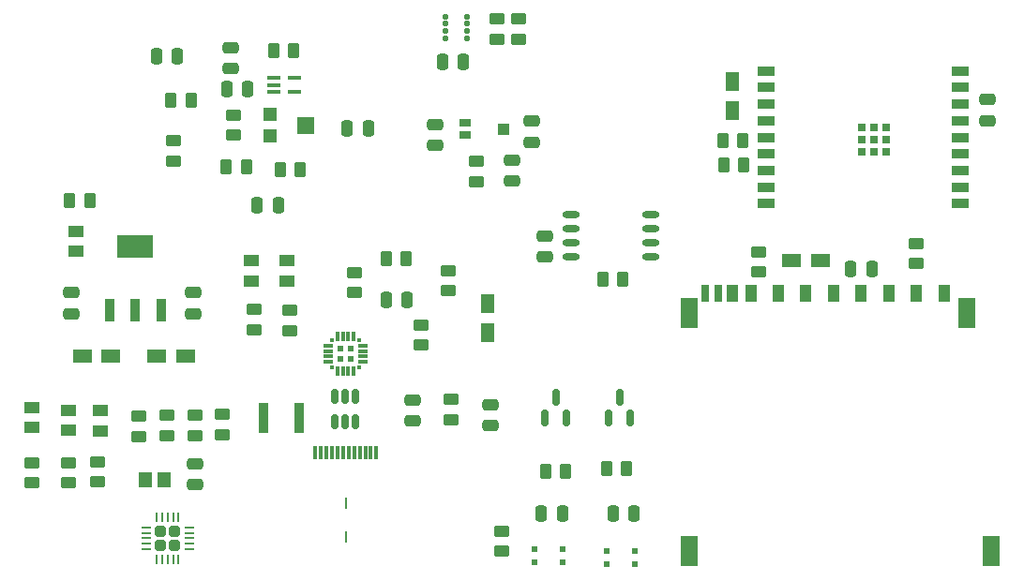
<source format=gbr>
%TF.GenerationSoftware,KiCad,Pcbnew,9.0.3*%
%TF.CreationDate,2025-09-24T14:37:44+05:30*%
%TF.ProjectId,esp_32,6573705f-3332-42e6-9b69-6361645f7063,rev?*%
%TF.SameCoordinates,Original*%
%TF.FileFunction,Paste,Top*%
%TF.FilePolarity,Positive*%
%FSLAX46Y46*%
G04 Gerber Fmt 4.6, Leading zero omitted, Abs format (unit mm)*
G04 Created by KiCad (PCBNEW 9.0.3) date 2025-09-24 14:37:44*
%MOMM*%
%LPD*%
G01*
G04 APERTURE LIST*
G04 Aperture macros list*
%AMRoundRect*
0 Rectangle with rounded corners*
0 $1 Rounding radius*
0 $2 $3 $4 $5 $6 $7 $8 $9 X,Y pos of 4 corners*
0 Add a 4 corners polygon primitive as box body*
4,1,4,$2,$3,$4,$5,$6,$7,$8,$9,$2,$3,0*
0 Add four circle primitives for the rounded corners*
1,1,$1+$1,$2,$3*
1,1,$1+$1,$4,$5*
1,1,$1+$1,$6,$7*
1,1,$1+$1,$8,$9*
0 Add four rect primitives between the rounded corners*
20,1,$1+$1,$2,$3,$4,$5,0*
20,1,$1+$1,$4,$5,$6,$7,0*
20,1,$1+$1,$6,$7,$8,$9,0*
20,1,$1+$1,$8,$9,$2,$3,0*%
G04 Aperture macros list end*
%ADD10RoundRect,0.250000X0.450000X-0.262500X0.450000X0.262500X-0.450000X0.262500X-0.450000X-0.262500X0*%
%ADD11RoundRect,0.250000X-0.475000X0.250000X-0.475000X-0.250000X0.475000X-0.250000X0.475000X0.250000X0*%
%ADD12R,1.100000X0.800000*%
%ADD13R,1.100000X1.000000*%
%ADD14RoundRect,0.250000X0.475000X-0.250000X0.475000X0.250000X-0.475000X0.250000X-0.475000X-0.250000X0*%
%ADD15RoundRect,0.250000X-0.262500X-0.450000X0.262500X-0.450000X0.262500X0.450000X-0.262500X0.450000X0*%
%ADD16RoundRect,0.250000X-0.450000X0.262500X-0.450000X-0.262500X0.450000X-0.262500X0.450000X0.262500X0*%
%ADD17O,1.600000X0.600000*%
%ADD18RoundRect,0.250000X0.250000X0.475000X-0.250000X0.475000X-0.250000X-0.475000X0.250000X-0.475000X0*%
%ADD19RoundRect,0.250000X0.262500X0.450000X-0.262500X0.450000X-0.262500X-0.450000X0.262500X-0.450000X0*%
%ADD20RoundRect,0.250000X-0.250000X-0.475000X0.250000X-0.475000X0.250000X0.475000X-0.250000X0.475000X0*%
%ADD21R,1.200000X1.200000*%
%ADD22R,1.500000X1.600000*%
%ADD23R,1.230000X1.800000*%
%ADD24R,1.200000X1.470000*%
%ADD25R,1.500000X0.900000*%
%ADD26R,0.700000X0.700000*%
%ADD27R,1.400000X1.000000*%
%ADD28RoundRect,0.100000X-0.495000X-0.100000X0.495000X-0.100000X0.495000X0.100000X-0.495000X0.100000X0*%
%ADD29R,1.800000X1.230000*%
%ADD30RoundRect,0.150000X-0.150000X0.512500X-0.150000X-0.512500X0.150000X-0.512500X0.150000X0.512500X0*%
%ADD31R,0.300000X1.200000*%
%ADD32R,0.200000X1.000000*%
%ADD33RoundRect,0.250000X0.255000X0.255000X-0.255000X0.255000X-0.255000X-0.255000X0.255000X-0.255000X0*%
%ADD34RoundRect,0.062500X0.350000X0.062500X-0.350000X0.062500X-0.350000X-0.062500X0.350000X-0.062500X0*%
%ADD35RoundRect,0.062500X0.062500X0.350000X-0.062500X0.350000X-0.062500X-0.350000X0.062500X-0.350000X0*%
%ADD36RoundRect,0.056250X0.188750X0.168750X-0.188750X0.168750X-0.188750X-0.168750X0.188750X-0.168750X0*%
%ADD37R,0.950000X2.150000*%
%ADD38R,3.250000X2.150000*%
%ADD39RoundRect,0.150000X0.150000X-0.587500X0.150000X0.587500X-0.150000X0.587500X-0.150000X-0.587500X0*%
%ADD40R,0.540000X0.540000*%
%ADD41R,0.300000X0.300000*%
%ADD42R,0.300000X0.900000*%
%ADD43R,0.900000X0.300000*%
%ADD44R,0.550000X0.570000*%
%ADD45R,1.000000X1.500000*%
%ADD46R,0.700000X1.500000*%
%ADD47R,1.500000X2.800000*%
%ADD48R,0.910000X2.810000*%
G04 APERTURE END LIST*
D10*
%TO.C,R21*%
X151755000Y-100642500D03*
X151755000Y-98817500D03*
%TD*%
D11*
%TO.C,C25*%
X148005000Y-95492500D03*
X148005000Y-97392500D03*
%TD*%
D12*
%TO.C,Q1*%
X150745000Y-95342500D03*
X150745000Y-96442500D03*
D13*
X154255000Y-95892500D03*
%TD*%
D11*
%TO.C,C23*%
X156755000Y-95192500D03*
X156755000Y-97092500D03*
%TD*%
D14*
%TO.C,C24*%
X155005000Y-100592500D03*
X155005000Y-98692500D03*
%TD*%
D10*
%TO.C,R11*%
X140750000Y-110662500D03*
X140750000Y-108837500D03*
%TD*%
D15*
%TO.C,R20*%
X173987500Y-96900000D03*
X175812500Y-96900000D03*
%TD*%
D16*
%TO.C,R26*%
X124430000Y-96975000D03*
X124430000Y-98800000D03*
%TD*%
D17*
%TO.C,U6*%
X160300000Y-103595000D03*
X160300000Y-104865000D03*
X160300000Y-106135000D03*
X160300000Y-107405000D03*
X167500000Y-107405000D03*
X167500000Y-106135000D03*
X167500000Y-104865000D03*
X167500000Y-103595000D03*
%TD*%
D18*
%TO.C,C11*%
X143625000Y-111350000D03*
X145525000Y-111350000D03*
%TD*%
D19*
%TO.C,R13*%
X145450000Y-107600000D03*
X143625000Y-107600000D03*
%TD*%
D18*
%TO.C,C15*%
X150600000Y-89862500D03*
X148700000Y-89862500D03*
%TD*%
D20*
%TO.C,C19*%
X122850000Y-89300000D03*
X124750000Y-89300000D03*
%TD*%
D10*
%TO.C,R14*%
X131650000Y-114025000D03*
X131650000Y-112200000D03*
%TD*%
D18*
%TO.C,C17*%
X142000000Y-95800000D03*
X140100000Y-95800000D03*
%TD*%
D19*
%TO.C,R34*%
X165332500Y-126580000D03*
X163507500Y-126580000D03*
%TD*%
D10*
%TO.C,R27*%
X129850000Y-96462500D03*
X129850000Y-94637500D03*
%TD*%
D21*
%TO.C,R17*%
X133100000Y-94550000D03*
D22*
X136350000Y-95550000D03*
D21*
X133100000Y-96550000D03*
%TD*%
D16*
%TO.C,R1*%
X121320000Y-121850000D03*
X121320000Y-123675000D03*
%TD*%
D23*
%TO.C,C7*%
X174900000Y-91590000D03*
X174900000Y-94210000D03*
%TD*%
D24*
%TO.C,FB1*%
X121850000Y-127600000D03*
X123570000Y-127600000D03*
%TD*%
D16*
%TO.C,R4*%
X146750000Y-113587500D03*
X146750000Y-115412500D03*
%TD*%
D20*
%TO.C,C12*%
X185575000Y-108550000D03*
X187475000Y-108550000D03*
%TD*%
D25*
%TO.C,U3*%
X177940000Y-90650000D03*
X177940000Y-92150000D03*
X177940000Y-93650000D03*
X177940000Y-95150000D03*
X177940000Y-96650000D03*
X177940000Y-98150000D03*
X177940000Y-99650000D03*
X177940000Y-101150000D03*
X177940000Y-102650000D03*
X195440000Y-102650000D03*
X195440000Y-101150000D03*
X195440000Y-99650000D03*
X195440000Y-98150000D03*
X195440000Y-96650000D03*
X195440000Y-95150000D03*
X195440000Y-93650000D03*
X195440000Y-92150000D03*
X195440000Y-90650000D03*
D26*
X186550000Y-95750000D03*
X187650000Y-95750000D03*
X188750000Y-95750000D03*
X186550000Y-96850000D03*
X187650000Y-96850000D03*
X188750000Y-96850000D03*
X186550000Y-97950000D03*
X187650000Y-97950000D03*
X188750000Y-97950000D03*
%TD*%
D14*
%TO.C,C10*%
X153000000Y-122700000D03*
X153000000Y-120800000D03*
%TD*%
D15*
%TO.C,R31*%
X129187500Y-99300000D03*
X131012500Y-99300000D03*
%TD*%
D14*
%TO.C,C8*%
X197900000Y-95150000D03*
X197900000Y-93250000D03*
%TD*%
D27*
%TO.C,LED4*%
X115600000Y-105140000D03*
X115600000Y-106940000D03*
%TD*%
D10*
%TO.C,R16*%
X177275000Y-108800000D03*
X177275000Y-106975000D03*
%TD*%
D11*
%TO.C,C2*%
X126220000Y-112590000D03*
X126220000Y-110690000D03*
%TD*%
D10*
%TO.C,R32*%
X154040000Y-134025000D03*
X154040000Y-132200000D03*
%TD*%
D28*
%TO.C,U7*%
X133430000Y-91250000D03*
X133430000Y-91900000D03*
X133430000Y-92550000D03*
X135350000Y-92550000D03*
X135350000Y-91250000D03*
%TD*%
D14*
%TO.C,C1*%
X146000000Y-122250000D03*
X146000000Y-120350000D03*
%TD*%
D29*
%TO.C,C5*%
X118780000Y-116390000D03*
X116160000Y-116390000D03*
%TD*%
D10*
%TO.C,R6*%
X128820000Y-123512500D03*
X128820000Y-121687500D03*
%TD*%
D20*
%TO.C,C21*%
X157640000Y-130612500D03*
X159540000Y-130612500D03*
%TD*%
D30*
%TO.C,U5*%
X140850000Y-120062500D03*
X139900000Y-120062500D03*
X138950000Y-120062500D03*
X138950000Y-122337500D03*
X139900000Y-122337500D03*
X140850000Y-122337500D03*
%TD*%
D10*
%TO.C,R19*%
X191500000Y-108050000D03*
X191500000Y-106225000D03*
%TD*%
D20*
%TO.C,C22*%
X164090000Y-130612500D03*
X165990000Y-130612500D03*
%TD*%
D11*
%TO.C,C4*%
X115220000Y-110690000D03*
X115220000Y-112590000D03*
%TD*%
D19*
%TO.C,R28*%
X135262500Y-88800000D03*
X133437500Y-88800000D03*
%TD*%
D27*
%TO.C,LED1*%
X114900000Y-123100000D03*
X114900000Y-121300000D03*
%TD*%
D20*
%TO.C,C20*%
X131980000Y-102800000D03*
X133880000Y-102800000D03*
%TD*%
D10*
%TO.C,R5*%
X126320000Y-123600000D03*
X126320000Y-121775000D03*
%TD*%
D31*
%TO.C,J1*%
X137230000Y-125100000D03*
X137730000Y-125100000D03*
X138230000Y-125100000D03*
X138730000Y-125100000D03*
X139230000Y-125100000D03*
X139730000Y-125100000D03*
X140230000Y-125100000D03*
X140730000Y-125100000D03*
X141230000Y-125100000D03*
X141730000Y-125100000D03*
X142230000Y-125100000D03*
X142730000Y-125100000D03*
D32*
X139980000Y-129680000D03*
X139980000Y-132780000D03*
%TD*%
D33*
%TO.C,U1*%
X124500000Y-133500000D03*
X124500000Y-132250000D03*
X123250000Y-133500000D03*
X123250000Y-132250000D03*
D34*
X125812500Y-133875000D03*
X125812500Y-133375000D03*
X125812500Y-132875000D03*
X125812500Y-132375000D03*
X125812500Y-131875000D03*
D35*
X124875000Y-130937500D03*
X124375000Y-130937500D03*
X123875000Y-130937500D03*
X123375000Y-130937500D03*
X122875000Y-130937500D03*
D34*
X121937500Y-131875000D03*
X121937500Y-132375000D03*
X121937500Y-132875000D03*
X121937500Y-133375000D03*
X121937500Y-133875000D03*
D35*
X122875000Y-134812500D03*
X123375000Y-134812500D03*
X123875000Y-134812500D03*
X124375000Y-134812500D03*
X124875000Y-134812500D03*
%TD*%
D16*
%TO.C,R2*%
X123820000Y-121775000D03*
X123820000Y-123600000D03*
%TD*%
D10*
%TO.C,R7*%
X114900000Y-127862500D03*
X114900000Y-126037500D03*
%TD*%
D36*
%TO.C,U2*%
X148930000Y-87675000D03*
X148930000Y-87025000D03*
X148930000Y-86375000D03*
X148930000Y-85725000D03*
X150870000Y-85725000D03*
X150870000Y-86375000D03*
X150870000Y-87025000D03*
X150870000Y-87675000D03*
%TD*%
D11*
%TO.C,C6*%
X126320000Y-126150000D03*
X126320000Y-128050000D03*
%TD*%
D10*
%TO.C,R8*%
X111650000Y-127862500D03*
X111650000Y-126037500D03*
%TD*%
D27*
%TO.C,LED6*%
X131400000Y-109600000D03*
X131400000Y-107800000D03*
%TD*%
D10*
%TO.C,R12*%
X149200000Y-110512500D03*
X149200000Y-108687500D03*
%TD*%
D37*
%TO.C,VR1*%
X118670000Y-112290000D03*
X120970000Y-112290000D03*
X123270000Y-112290000D03*
D38*
X120970000Y-106490000D03*
%TD*%
D29*
%TO.C,C3*%
X122850000Y-116390000D03*
X125470000Y-116390000D03*
%TD*%
D19*
%TO.C,R10*%
X116850000Y-102390000D03*
X115025000Y-102390000D03*
%TD*%
D15*
%TO.C,R29*%
X134025000Y-99550000D03*
X135850000Y-99550000D03*
%TD*%
D18*
%TO.C,C18*%
X131100000Y-92300000D03*
X129200000Y-92300000D03*
%TD*%
D19*
%TO.C,R18*%
X175900000Y-99150000D03*
X174075000Y-99150000D03*
%TD*%
D10*
%TO.C,R24*%
X153600000Y-87775000D03*
X153600000Y-85950000D03*
%TD*%
D15*
%TO.C,R30*%
X124187500Y-93300000D03*
X126012500Y-93300000D03*
%TD*%
D39*
%TO.C,Q2*%
X163720000Y-122017500D03*
X165620000Y-122017500D03*
X164670000Y-120142500D03*
%TD*%
D40*
%TO.C,U4*%
X139500000Y-116650000D03*
X140400000Y-116650000D03*
X139500000Y-115750000D03*
X140400000Y-115750000D03*
D41*
X138700000Y-117450000D03*
D42*
X139200000Y-117750000D03*
X139700000Y-117750000D03*
X140200000Y-117750000D03*
X140700000Y-117750000D03*
D41*
X141200000Y-117450000D03*
D43*
X141500000Y-116950000D03*
X141500000Y-116450000D03*
X141500000Y-115950000D03*
X141500000Y-115450000D03*
D41*
X141200000Y-114950000D03*
D42*
X140700000Y-114650000D03*
X140200000Y-114650000D03*
X139700000Y-114650000D03*
X139200000Y-114650000D03*
D41*
X138700000Y-114950000D03*
D43*
X138400000Y-115450000D03*
X138400000Y-115950000D03*
X138400000Y-116450000D03*
X138400000Y-116950000D03*
%TD*%
D39*
%TO.C,Q3*%
X157970000Y-122017500D03*
X159870000Y-122017500D03*
X158920000Y-120142500D03*
%TD*%
D10*
%TO.C,R15*%
X134900000Y-114112500D03*
X134900000Y-112287500D03*
%TD*%
D14*
%TO.C,C16*%
X129600000Y-90450000D03*
X129600000Y-88550000D03*
%TD*%
D23*
%TO.C,C9*%
X152750000Y-111690000D03*
X152750000Y-114310000D03*
%TD*%
D44*
%TO.C,S2*%
X163552500Y-134032500D03*
X166102500Y-134032500D03*
X163552500Y-135192500D03*
X166102500Y-135192500D03*
%TD*%
D10*
%TO.C,R3*%
X149450000Y-122132500D03*
X149450000Y-120307500D03*
%TD*%
D29*
%TO.C,C13*%
X182835000Y-107800000D03*
X180215000Y-107800000D03*
%TD*%
D11*
%TO.C,C14*%
X157900000Y-105550000D03*
X157900000Y-107450000D03*
%TD*%
D45*
%TO.C,J3*%
X191500000Y-110750000D03*
X189000000Y-110750000D03*
X186500000Y-110750000D03*
X184000000Y-110750000D03*
X181500000Y-110750000D03*
X179000000Y-110750000D03*
X176575000Y-110750000D03*
X174875000Y-110750000D03*
X194000000Y-110750000D03*
D46*
X173575000Y-110750000D03*
D47*
X170975000Y-112550000D03*
X196075000Y-112550000D03*
X198275000Y-134050000D03*
X170975000Y-134050000D03*
D46*
X172375000Y-110750000D03*
%TD*%
D10*
%TO.C,R25*%
X155600000Y-87775000D03*
X155600000Y-85950000D03*
%TD*%
D48*
%TO.C,F1*%
X135750000Y-122000000D03*
X132510000Y-122000000D03*
%TD*%
D19*
%TO.C,R22*%
X164975000Y-109500000D03*
X163150000Y-109500000D03*
%TD*%
D27*
%TO.C,LED5*%
X134650000Y-109600000D03*
X134650000Y-107800000D03*
%TD*%
D15*
%TO.C,R33*%
X158007500Y-126830000D03*
X159832500Y-126830000D03*
%TD*%
D27*
%TO.C,LED2*%
X111650000Y-122850000D03*
X111650000Y-121050000D03*
%TD*%
D44*
%TO.C,S1*%
X156990000Y-133862500D03*
X159540000Y-133862500D03*
X156990000Y-135022500D03*
X159540000Y-135022500D03*
%TD*%
D27*
%TO.C,LED3*%
X117820000Y-123150000D03*
X117820000Y-121350000D03*
%TD*%
D10*
%TO.C,R9*%
X117570000Y-127762500D03*
X117570000Y-125937500D03*
%TD*%
M02*

</source>
